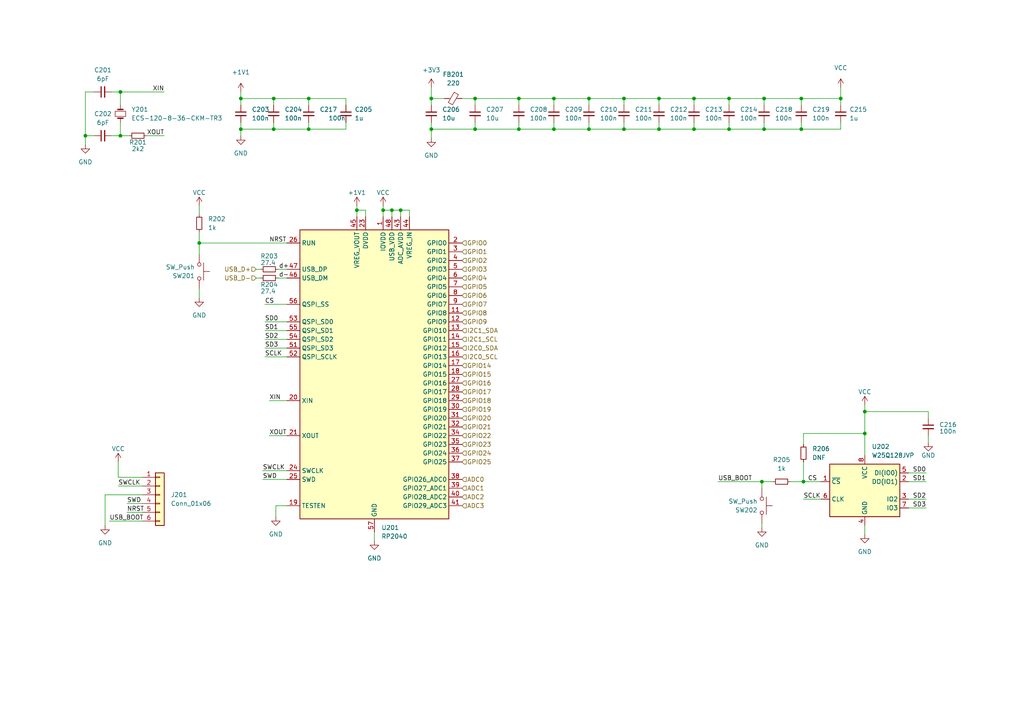
<source format=kicad_sch>
(kicad_sch (version 20211123) (generator eeschema)
  (paper "A4")
  (lib_symbols
    (symbol "Connector_Generic:Conn_01x06" (pin_names (offset 1.016) hide)
      (property "Reference" "J" (at 0 7.62 0))
      (property "Value" "Conn_01x06" (at 0 -10.16 0))
      (symbol "Conn_01x06_1_1"
        (rectangle (start -1.27 -7.493) (end 0 -7.747) (stroke (width 0.1524)))
        (rectangle (start -1.27 -4.953) (end 0 -5.207) (stroke (width 0.1524)))
        (rectangle (start -1.27 -2.413) (end 0 -2.667) (stroke (width 0.1524)))
        (rectangle (start -1.27 0.127) (end 0 -0.127) (stroke (width 0.1524)))
        (rectangle (start -1.27 2.667) (end 0 2.413) (stroke (width 0.1524)))
        (rectangle (start -1.27 5.207) (end 0 4.953) (stroke (width 0.1524)))
        (rectangle (start -1.27 6.35) (end 1.27 -8.89) (stroke (width 0.254)) (fill (type background)))
        (pin passive line (at -5.08 5.08 0) (length 3.81) (name "Pin_1") (number "1"))
        (pin passive line (at -5.08 2.54 0) (length 3.81) (name "Pin_2") (number "2"))
        (pin passive line (at -5.08 0 0) (length 3.81) (name "Pin_3") (number "3"))
        (pin passive line (at -5.08 -2.54 0) (length 3.81) (name "Pin_4") (number "4"))
        (pin passive line (at -5.08 -5.08 0) (length 3.81) (name "Pin_5") (number "5"))
        (pin passive line (at -5.08 -7.62 0) (length 3.81) (name "Pin_6") (number "6"))
      )
    )
    (symbol "Device:C_Small" (pin_numbers hide) (pin_names (offset 0.254) hide)
      (property "Reference" "C" (at 0.254 1.778 0))
      (property "Value" "C_Small" (at 0.254 -2.032 0))
      (symbol "C_Small_0_1"
        (polyline (pts (xy -1.524 -0.508) (xy 1.524 -0.508)) (stroke (width 0.3302)))
        (polyline (pts (xy -1.524 0.508) (xy 1.524 0.508)) (stroke (width 0.3048)))
      )
      (symbol "C_Small_1_1"
        (pin passive line (at 0 2.54 270) (length 2.032) (name "~") (number "1"))
        (pin passive line (at 0 -2.54 90) (length 2.032) (name "~") (number "2"))
      )
    )
    (symbol "Device:Crystal_Small" (pin_numbers hide) (pin_names (offset 1.016) hide)
      (property "Reference" "Y" (at 0 2.54 0))
      (property "Value" "Crystal_Small" (at 0 -2.54 0))
      (symbol "Crystal_Small_0_1"
        (rectangle (start -0.762 -1.524) (end 0.762 1.524))
        (polyline (pts (xy -1.27 -0.762) (xy -1.27 0.762)) (stroke (width 0.381)))
        (polyline (pts (xy 1.27 -0.762) (xy 1.27 0.762)) (stroke (width 0.381)))
      )
      (symbol "Crystal_Small_1_1"
        (pin passive line (at -2.54 0 0) (length 1.27) (name "1") (number "1"))
        (pin passive line (at 2.54 0 180) (length 1.27) (name "2") (number "2"))
      )
    )
    (symbol "Device:FerriteBead_Small" (pin_numbers hide) (pin_names (offset 0))
      (property "Reference" "FB" (at 1.905 1.27 0))
      (property "Value" "FerriteBead_Small" (at 1.905 -1.27 0))
      (symbol "FerriteBead_Small_0_1"
        (polyline (pts (xy 0 -1.27) (xy 0 -0.7874)))
        (polyline (pts (xy 0 0.889) (xy 0 1.2954)))
        (polyline (pts (xy -1.8288 0.2794) (xy -1.1176 1.4986) (xy 1.8288 -0.2032) (xy 1.1176 -1.4224) (xy -1.8288 0.2794)))
      )
      (symbol "FerriteBead_Small_1_1"
        (pin passive line (at 0 2.54 270) (length 1.27) (name "~") (number "1"))
        (pin passive line (at 0 -2.54 90) (length 1.27) (name "~") (number "2"))
      )
    )
    (symbol "Device:R_Small" (pin_numbers hide) (pin_names (offset 0.254) hide)
      (property "Reference" "R" (at 0.762 0.508 0))
      (property "Value" "R_Small" (at 0.762 -1.016 0))
      (symbol "R_Small_0_1"
        (rectangle (start -0.762 1.778) (end 0.762 -1.778) (stroke (width 0.2032)))
      )
      (symbol "R_Small_1_1"
        (pin passive line (at 0 2.54 270) (length 0.762) (name "~") (number "1"))
        (pin passive line (at 0 -2.54 90) (length 0.762) (name "~") (number "2"))
      )
    )
    (symbol "MCU_RaspberryPi:RP2040"
      (property "Reference" "U" (at 17.78 45.72 0))
      (property "Value" "RP2040" (at 17.78 43.18 0))
      (symbol "RP2040_0_1"
        (rectangle (start -21.59 41.91) (end 21.59 -41.91) (stroke (width 0.254)) (fill (type background)))
      )
      (symbol "RP2040_1_1"
        (pin power_in line (at 2.54 45.72 270) (length 3.81) (name "IOVDD") (number "1"))
        (pin passive line (at 2.54 45.72 270) (length 3.81) hide (name "IOVDD") (number "10"))
        (pin bidirectional line (at 25.4 17.78 180) (length 3.81) (name "GPIO8") (number "11"))
        (pin bidirectional line (at 25.4 15.24 180) (length 3.81) (name "GPIO9") (number "12"))
        (pin bidirectional line (at 25.4 12.7 180) (length 3.81) (name "GPIO10") (number "13"))
        (pin bidirectional line (at 25.4 10.16 180) (length 3.81) (name "GPIO11") (number "14"))
        (pin bidirectional line (at 25.4 7.62 180) (length 3.81) (name "GPIO12") (number "15"))
        (pin bidirectional line (at 25.4 5.08 180) (length 3.81) (name "GPIO13") (number "16"))
        (pin bidirectional line (at 25.4 2.54 180) (length 3.81) (name "GPIO14") (number "17"))
        (pin bidirectional line (at 25.4 0 180) (length 3.81) (name "GPIO15") (number "18"))
        (pin input line (at -25.4 -38.1 0) (length 3.81) (name "TESTEN") (number "19"))
        (pin bidirectional line (at 25.4 38.1 180) (length 3.81) (name "GPIO0") (number "2"))
        (pin input line (at -25.4 -7.62 0) (length 3.81) (name "XIN") (number "20"))
        (pin passive line (at -25.4 -17.78 0) (length 3.81) (name "XOUT") (number "21"))
        (pin passive line (at 2.54 45.72 270) (length 3.81) hide (name "IOVDD") (number "22"))
        (pin power_in line (at -2.54 45.72 270) (length 3.81) (name "DVDD") (number "23"))
        (pin output line (at -25.4 -27.94 0) (length 3.81) (name "SWCLK") (number "24"))
        (pin bidirectional line (at -25.4 -30.48 0) (length 3.81) (name "SWD") (number "25"))
        (pin input line (at -25.4 38.1 0) (length 3.81) (name "RUN") (number "26"))
        (pin bidirectional line (at 25.4 -2.54 180) (length 3.81) (name "GPIO16") (number "27"))
        (pin bidirectional line (at 25.4 -5.08 180) (length 3.81) (name "GPIO17") (number "28"))
        (pin bidirectional line (at 25.4 -7.62 180) (length 3.81) (name "GPIO18") (number "29"))
        (pin bidirectional line (at 25.4 35.56 180) (length 3.81) (name "GPIO1") (number "3"))
        (pin bidirectional line (at 25.4 -10.16 180) (length 3.81) (name "GPIO19") (number "30"))
        (pin bidirectional line (at 25.4 -12.7 180) (length 3.81) (name "GPIO20") (number "31"))
        (pin bidirectional line (at 25.4 -15.24 180) (length 3.81) (name "GPIO21") (number "32"))
        (pin passive line (at 2.54 45.72 270) (length 3.81) hide (name "IOVDD") (number "33"))
        (pin bidirectional line (at 25.4 -17.78 180) (length 3.81) (name "GPIO22") (number "34"))
        (pin bidirectional line (at 25.4 -20.32 180) (length 3.81) (name "GPIO23") (number "35"))
        (pin bidirectional line (at 25.4 -22.86 180) (length 3.81) (name "GPIO24") (number "36"))
        (pin bidirectional line (at 25.4 -25.4 180) (length 3.81) (name "GPIO25") (number "37"))
        (pin bidirectional line (at 25.4 -30.48 180) (length 3.81) (name "GPIO26_ADC0") (number "38"))
        (pin bidirectional line (at 25.4 -33.02 180) (length 3.81) (name "GPIO27_ADC1") (number "39"))
        (pin bidirectional line (at 25.4 33.02 180) (length 3.81) (name "GPIO2") (number "4"))
        (pin bidirectional line (at 25.4 -35.56 180) (length 3.81) (name "GPIO28_ADC2") (number "40"))
        (pin bidirectional line (at 25.4 -38.1 180) (length 3.81) (name "GPIO29_ADC3") (number "41"))
        (pin passive line (at 2.54 45.72 270) (length 3.81) hide (name "IOVDD") (number "42"))
        (pin power_in line (at 7.62 45.72 270) (length 3.81) (name "ADC_AVDD") (number "43"))
        (pin power_in line (at 10.16 45.72 270) (length 3.81) (name "VREG_IN") (number "44"))
        (pin power_out line (at -5.08 45.72 270) (length 3.81) (name "VREG_VOUT") (number "45"))
        (pin bidirectional line (at -25.4 27.94 0) (length 3.81) (name "USB_DM") (number "46"))
        (pin bidirectional line (at -25.4 30.48 0) (length 3.81) (name "USB_DP") (number "47"))
        (pin power_in line (at 5.08 45.72 270) (length 3.81) (name "USB_VDD") (number "48"))
        (pin passive line (at 2.54 45.72 270) (length 3.81) hide (name "IOVDD") (number "49"))
        (pin bidirectional line (at 25.4 30.48 180) (length 3.81) (name "GPIO3") (number "5"))
        (pin passive line (at -2.54 45.72 270) (length 3.81) hide (name "DVDD") (number "50"))
        (pin bidirectional line (at -25.4 7.62 0) (length 3.81) (name "QSPI_SD3") (number "51"))
        (pin output line (at -25.4 5.08 0) (length 3.81) (name "QSPI_SCLK") (number "52"))
        (pin bidirectional line (at -25.4 15.24 0) (length 3.81) (name "QSPI_SD0") (number "53"))
        (pin bidirectional line (at -25.4 10.16 0) (length 3.81) (name "QSPI_SD2") (number "54"))
        (pin bidirectional line (at -25.4 12.7 0) (length 3.81) (name "QSPI_SD1") (number "55"))
        (pin bidirectional line (at -25.4 20.32 0) (length 3.81) (name "QSPI_SS") (number "56"))
        (pin power_in line (at 0 -45.72 90) (length 3.81) (name "GND") (number "57"))
        (pin bidirectional line (at 25.4 27.94 180) (length 3.81) (name "GPIO4") (number "6"))
        (pin bidirectional line (at 25.4 25.4 180) (length 3.81) (name "GPIO5") (number "7"))
        (pin bidirectional line (at 25.4 22.86 180) (length 3.81) (name "GPIO6") (number "8"))
        (pin bidirectional line (at 25.4 20.32 180) (length 3.81) (name "GPIO7") (number "9"))
      )
    )
    (symbol "Memory_Flash:W25Q128JVS"
      (property "Reference" "U" (at -8.89 8.89 0))
      (property "Value" "W25Q128JVS" (at 7.62 8.89 0))
      (symbol "W25Q128JVS_0_1"
        (rectangle (start -10.16 7.62) (end 10.16 -7.62) (stroke (width 0.254)) (fill (type background)))
      )
      (symbol "W25Q128JVS_1_1"
        (pin input line (at -12.7 2.54 0) (length 2.54) (name "~{CS}") (number "1"))
        (pin bidirectional line (at 12.7 2.54 180) (length 2.54) (name "DO(IO1)") (number "2"))
        (pin bidirectional line (at 12.7 -2.54 180) (length 2.54) (name "IO2") (number "3"))
        (pin power_in line (at 0 -10.16 90) (length 2.54) (name "GND") (number "4"))
        (pin bidirectional line (at 12.7 5.08 180) (length 2.54) (name "DI(IO0)") (number "5"))
        (pin input line (at -12.7 -2.54 0) (length 2.54) (name "CLK") (number "6"))
        (pin bidirectional line (at 12.7 -5.08 180) (length 2.54) (name "IO3") (number "7"))
        (pin power_in line (at 0 10.16 270) (length 2.54) (name "VCC") (number "8"))
      )
    )
    (symbol "Switch:SW_Push" (pin_numbers hide) (pin_names (offset 1.016) hide)
      (property "Reference" "SW" (at 1.27 2.54 0))
      (property "Value" "SW_Push" (at 0 -1.524 0))
      (symbol "SW_Push_0_1"
        (circle (center -2.032 0) (radius 0.508))
        (polyline (pts (xy 0 1.27) (xy 0 3.048)))
        (polyline (pts (xy 2.54 1.27) (xy -2.54 1.27)))
        (circle (center 2.032 0) (radius 0.508))
        (pin passive line (at -5.08 0 0) (length 2.54) (name "1") (number "1"))
        (pin passive line (at 5.08 0 180) (length 2.54) (name "2") (number "2"))
      )
    )
    (symbol "power:+1V1" (power) (pin_names (offset 0))
      (property "Value" "+1V1" (at 0 3.556 0))
      (symbol "+1V1_0_1"
        (polyline (pts (xy -0.762 1.27) (xy 0 2.54)))
        (polyline (pts (xy 0 0) (xy 0 2.54)))
        (polyline (pts (xy 0 2.54) (xy 0.762 1.27)))
      )
      (symbol "+1V1_1_1"
        (pin power_in line (at 0 0 90) (length 0) hide (name "+1V1") (number "1"))
      )
    )
    (symbol "power:+3V3" (power) (pin_names (offset 0))
      (property "Value" "+3V3" (at 0 3.556 0))
      (symbol "+3V3_0_1"
        (polyline (pts (xy -0.762 1.27) (xy 0 2.54)))
        (polyline (pts (xy 0 0) (xy 0 2.54)))
        (polyline (pts (xy 0 2.54) (xy 0.762 1.27)))
      )
      (symbol "+3V3_1_1"
        (pin power_in line (at 0 0 90) (length 0) hide (name "+3V3") (number "1"))
      )
    )
    (symbol "power:GND" (power) (pin_names (offset 0))
      (property "Value" "GND" (at 0 -3.81 0))
      (symbol "GND_0_1"
        (polyline (pts (xy 0 0) (xy 0 -1.27) (xy 1.27 -1.27) (xy 0 -2.54) (xy -1.27 -1.27) (xy 0 -1.27)))
      )
      (symbol "GND_1_1"
        (pin power_in line (at 0 0 270) (length 0) hide (name "GND") (number "1"))
      )
    )
    (symbol "power:VCC" (power) (pin_names (offset 0))
      (property "Value" "VCC" (at 0 3.81 0))
      (symbol "VCC_0_1"
        (polyline (pts (xy -0.762 1.27) (xy 0 2.54)))
        (polyline (pts (xy 0 0) (xy 0 2.54)))
        (polyline (pts (xy 0 2.54) (xy 0.762 1.27)))
      )
      (symbol "VCC_1_1"
        (pin power_in line (at 0 0 90) (length 0) hide (name "VCC") (number "1"))
      )
    )
  )
  (junction (at 125.095 37.465))
  (junction (at 201.295 37.465))
  (junction (at 116.205 60.96))
  (junction (at 150.495 37.465))
  (junction (at 180.975 28.575))
  (junction (at 170.815 28.575))
  (junction (at 113.665 60.96))
  (junction (at 89.535 28.575))
  (junction (at 69.85 28.575))
  (junction (at 34.925 39.37))
  (junction (at 137.795 28.575))
  (junction (at 191.135 37.465))
  (junction (at 137.795 37.465))
  (junction (at 232.41 37.465))
  (junction (at 24.765 39.37))
  (junction (at 250.825 125.73))
  (junction (at 160.655 28.575))
  (junction (at 160.655 37.465))
  (junction (at 170.815 37.465))
  (junction (at 243.84 28.575))
  (junction (at 111.125 60.96))
  (junction (at 211.455 37.465))
  (junction (at 34.925 26.67))
  (junction (at 201.295 28.575))
  (junction (at 57.785 70.485))
  (junction (at 79.375 28.575))
  (junction (at 89.535 37.465))
  (junction (at 233.045 139.7))
  (junction (at 103.505 60.96))
  (junction (at 79.375 37.465))
  (junction (at 232.41 28.575))
  (junction (at 220.98 139.7))
  (junction (at 180.975 37.465))
  (junction (at 125.095 28.575))
  (junction (at 191.135 28.575))
  (junction (at 211.455 28.575))
  (junction (at 221.615 28.575))
  (junction (at 69.85 37.465))
  (junction (at 150.495 28.575))
  (junction (at 221.615 37.465))
  (junction (at 250.825 119.38))
  (wire (pts (xy 80.01 149.86) (xy 80.01 146.685)))
  (wire (pts (xy 118.745 60.96) (xy 118.745 62.865)))
  (wire (pts (xy 80.645 78.105) (xy 83.185 78.105)))
  (wire (pts (xy 89.535 35.56) (xy 89.535 37.465)))
  (wire (pts (xy 221.615 28.575) (xy 232.41 28.575)))
  (wire (pts (xy 233.045 128.905) (xy 233.045 125.73)))
  (wire (pts (xy 34.29 138.43) (xy 34.29 133.985)))
  (wire (pts (xy 269.24 126.365) (xy 269.24 128.27)))
  (wire (pts (xy 180.975 35.56) (xy 180.975 37.465)))
  (wire (pts (xy 191.135 37.465) (xy 180.975 37.465)))
  (wire (pts (xy 232.41 37.465) (xy 243.84 37.465)))
  (wire (pts (xy 232.41 28.575) (xy 232.41 30.48)))
  (wire (pts (xy 111.125 62.865) (xy 111.125 60.96)))
  (wire (pts (xy 243.84 35.56) (xy 243.84 37.465)))
  (wire (pts (xy 150.495 28.575) (xy 160.655 28.575)))
  (wire (pts (xy 76.835 88.265) (xy 83.185 88.265)))
  (wire (pts (xy 211.455 35.56) (xy 211.455 37.465)))
  (wire (pts (xy 30.48 143.51) (xy 30.48 152.4)))
  (wire (pts (xy 41.275 138.43) (xy 34.29 138.43)))
  (wire (pts (xy 125.095 28.575) (xy 125.095 30.48)))
  (wire (pts (xy 83.185 116.205) (xy 78.105 116.205)))
  (wire (pts (xy 57.785 83.82) (xy 57.785 86.36)))
  (wire (pts (xy 233.045 125.73) (xy 250.825 125.73)))
  (wire (pts (xy 208.28 139.7) (xy 220.98 139.7)))
  (wire (pts (xy 263.525 137.16) (xy 268.605 137.16)))
  (wire (pts (xy 113.665 62.865) (xy 113.665 60.96)))
  (wire (pts (xy 80.01 146.685) (xy 83.185 146.685)))
  (wire (pts (xy 263.525 139.7) (xy 268.605 139.7)))
  (wire (pts (xy 79.375 35.56) (xy 79.375 37.465)))
  (wire (pts (xy 170.815 35.56) (xy 170.815 37.465)))
  (wire (pts (xy 27.305 26.67) (xy 24.765 26.67)))
  (wire (pts (xy 103.505 59.69) (xy 103.505 60.96)))
  (wire (pts (xy 31.75 151.13) (xy 41.275 151.13)))
  (wire (pts (xy 34.925 39.37) (xy 37.465 39.37)))
  (wire (pts (xy 170.815 28.575) (xy 180.975 28.575)))
  (wire (pts (xy 220.98 139.7) (xy 220.98 141.605)))
  (wire (pts (xy 34.925 26.67) (xy 47.625 26.67)))
  (wire (pts (xy 76.835 98.425) (xy 83.185 98.425)))
  (wire (pts (xy 100.33 35.56) (xy 100.33 37.465)))
  (wire (pts (xy 160.655 28.575) (xy 160.655 30.48)))
  (wire (pts (xy 113.665 60.96) (xy 116.205 60.96)))
  (wire (pts (xy 76.2 139.065) (xy 83.185 139.065)))
  (wire (pts (xy 24.765 39.37) (xy 24.765 41.91)))
  (wire (pts (xy 233.045 139.7) (xy 238.125 139.7)))
  (wire (pts (xy 125.095 37.465) (xy 137.795 37.465)))
  (wire (pts (xy 211.455 37.465) (xy 221.615 37.465)))
  (wire (pts (xy 160.655 28.575) (xy 170.815 28.575)))
  (wire (pts (xy 69.85 37.465) (xy 69.85 39.37)))
  (wire (pts (xy 232.41 35.56) (xy 232.41 37.465)))
  (wire (pts (xy 125.095 35.56) (xy 125.095 37.465)))
  (wire (pts (xy 137.795 37.465) (xy 150.495 37.465)))
  (wire (pts (xy 133.985 28.575) (xy 137.795 28.575)))
  (wire (pts (xy 243.84 30.48) (xy 243.84 28.575)))
  (wire (pts (xy 180.975 30.48) (xy 180.975 28.575)))
  (wire (pts (xy 57.785 73.66) (xy 57.785 70.485)))
  (wire (pts (xy 250.825 152.4) (xy 250.825 154.94)))
  (wire (pts (xy 74.295 78.105) (xy 75.565 78.105)))
  (wire (pts (xy 263.525 144.78) (xy 268.605 144.78)))
  (wire (pts (xy 32.385 39.37) (xy 34.925 39.37)))
  (wire (pts (xy 89.535 28.575) (xy 100.33 28.575)))
  (wire (pts (xy 103.505 60.96) (xy 106.045 60.96)))
  (wire (pts (xy 89.535 37.465) (xy 100.33 37.465)))
  (wire (pts (xy 211.455 28.575) (xy 201.295 28.575)))
  (wire (pts (xy 233.045 144.78) (xy 238.125 144.78)))
  (wire (pts (xy 69.85 35.56) (xy 69.85 37.465)))
  (wire (pts (xy 79.375 37.465) (xy 89.535 37.465)))
  (wire (pts (xy 34.925 35.56) (xy 34.925 39.37)))
  (wire (pts (xy 150.495 35.56) (xy 150.495 37.465)))
  (wire (pts (xy 36.83 146.05) (xy 41.275 146.05)))
  (wire (pts (xy 108.585 154.305) (xy 108.585 156.845)))
  (wire (pts (xy 111.125 59.69) (xy 111.125 60.96)))
  (wire (pts (xy 125.095 37.465) (xy 125.095 40.005)))
  (wire (pts (xy 233.045 133.985) (xy 233.045 139.7)))
  (wire (pts (xy 80.645 80.645) (xy 83.185 80.645)))
  (wire (pts (xy 116.205 60.96) (xy 118.745 60.96)))
  (wire (pts (xy 79.375 37.465) (xy 69.85 37.465)))
  (wire (pts (xy 150.495 28.575) (xy 150.495 30.48)))
  (wire (pts (xy 170.815 28.575) (xy 170.815 30.48)))
  (wire (pts (xy 89.535 28.575) (xy 89.535 30.48)))
  (wire (pts (xy 201.295 28.575) (xy 201.295 30.48)))
  (wire (pts (xy 201.295 35.56) (xy 201.295 37.465)))
  (wire (pts (xy 79.375 30.48) (xy 79.375 28.575)))
  (wire (pts (xy 76.835 95.885) (xy 83.185 95.885)))
  (wire (pts (xy 76.2 136.525) (xy 83.185 136.525)))
  (wire (pts (xy 250.825 119.38) (xy 250.825 125.73)))
  (wire (pts (xy 79.375 28.575) (xy 89.535 28.575)))
  (wire (pts (xy 221.615 28.575) (xy 221.615 30.48)))
  (wire (pts (xy 180.975 28.575) (xy 191.135 28.575)))
  (wire (pts (xy 57.785 59.69) (xy 57.785 62.23)))
  (wire (pts (xy 269.24 119.38) (xy 269.24 121.285)))
  (wire (pts (xy 137.795 28.575) (xy 150.495 28.575)))
  (wire (pts (xy 220.98 139.7) (xy 224.155 139.7)))
  (wire (pts (xy 116.205 62.865) (xy 116.205 60.96)))
  (wire (pts (xy 24.765 39.37) (xy 27.305 39.37)))
  (wire (pts (xy 137.795 28.575) (xy 137.795 30.48)))
  (wire (pts (xy 232.41 28.575) (xy 243.84 28.575)))
  (wire (pts (xy 201.295 37.465) (xy 191.135 37.465)))
  (wire (pts (xy 34.925 26.67) (xy 34.925 30.48)))
  (wire (pts (xy 69.85 28.575) (xy 69.85 30.48)))
  (wire (pts (xy 36.83 148.59) (xy 41.275 148.59)))
  (wire (pts (xy 221.615 35.56) (xy 221.615 37.465)))
  (wire (pts (xy 57.785 67.31) (xy 57.785 70.485)))
  (wire (pts (xy 250.825 119.38) (xy 269.24 119.38)))
  (wire (pts (xy 250.825 117.475) (xy 250.825 119.38)))
  (wire (pts (xy 191.135 28.575) (xy 191.135 30.48)))
  (wire (pts (xy 229.235 139.7) (xy 233.045 139.7)))
  (wire (pts (xy 170.815 37.465) (xy 160.655 37.465)))
  (wire (pts (xy 42.545 39.37) (xy 47.625 39.37)))
  (wire (pts (xy 78.105 126.365) (xy 83.185 126.365)))
  (wire (pts (xy 106.045 62.865) (xy 106.045 60.96)))
  (wire (pts (xy 211.455 30.48) (xy 211.455 28.575)))
  (wire (pts (xy 24.765 26.67) (xy 24.765 39.37)))
  (wire (pts (xy 125.095 25.4) (xy 125.095 28.575)))
  (wire (pts (xy 111.125 60.96) (xy 113.665 60.96)))
  (wire (pts (xy 79.375 28.575) (xy 69.85 28.575)))
  (wire (pts (xy 76.835 100.965) (xy 83.185 100.965)))
  (wire (pts (xy 160.655 35.56) (xy 160.655 37.465)))
  (wire (pts (xy 57.785 70.485) (xy 83.185 70.485)))
  (wire (pts (xy 221.615 37.465) (xy 232.41 37.465)))
  (wire (pts (xy 160.655 37.465) (xy 150.495 37.465)))
  (wire (pts (xy 180.975 37.465) (xy 170.815 37.465)))
  (wire (pts (xy 32.385 26.67) (xy 34.925 26.67)))
  (wire (pts (xy 211.455 28.575) (xy 221.615 28.575)))
  (wire (pts (xy 125.095 28.575) (xy 128.905 28.575)))
  (wire (pts (xy 201.295 28.575) (xy 191.135 28.575)))
  (wire (pts (xy 100.33 30.48) (xy 100.33 28.575)))
  (wire (pts (xy 211.455 37.465) (xy 201.295 37.465)))
  (wire (pts (xy 41.275 143.51) (xy 30.48 143.51)))
  (wire (pts (xy 220.98 151.765) (xy 220.98 153.035)))
  (wire (pts (xy 250.825 125.73) (xy 250.825 132.08)))
  (wire (pts (xy 76.835 103.505) (xy 83.185 103.505)))
  (wire (pts (xy 103.505 60.96) (xy 103.505 62.865)))
  (wire (pts (xy 74.295 80.645) (xy 75.565 80.645)))
  (wire (pts (xy 34.29 140.97) (xy 41.275 140.97)))
  (wire (pts (xy 243.84 25.4) (xy 243.84 28.575)))
  (wire (pts (xy 137.795 35.56) (xy 137.795 37.465)))
  (wire (pts (xy 69.85 26.67) (xy 69.85 28.575)))
  (wire (pts (xy 76.835 93.345) (xy 83.185 93.345)))
  (wire (pts (xy 191.135 35.56) (xy 191.135 37.465)))
  (wire (pts (xy 263.525 147.32) (xy 268.605 147.32)))
  (label "XIN" (at 78.105 116.205 0))
  (label "XOUT" (at 78.105 126.365 0))
  (label "SD0" (at 76.835 93.345 0))
  (label "d-" (at 80.899 80.645 0))
  (label "SD3" (at 268.605 147.32 180))
  (label "SCLK" (at 233.045 144.78 0))
  (label "SD2" (at 268.605 144.78 180))
  (label "NRST" (at 78.105 70.485 0))
  (label "CS" (at 234.315 139.7 0))
  (label "XOUT" (at 47.625 39.37 180))
  (label "SD1" (at 268.605 139.7 180))
  (label "CS" (at 76.835 88.265 0))
  (label "SCLK" (at 76.835 103.505 0))
  (label "SD2" (at 76.835 98.425 0))
  (label "SD1" (at 76.835 95.885 0))
  (label "d+" (at 80.899 78.105 0))
  (label "SWCLK" (at 34.29 140.97 0))
  (label "XIN" (at 47.625 26.67 180))
  (label "SWD" (at 36.83 146.05 0))
  (label "USB_BOOT" (at 31.75 151.13 0))
  (label "SWCLK" (at 76.2 136.525 0))
  (label "SWD" (at 76.2 139.065 0))
  (label "SD3" (at 76.835 100.965 0))
  (label "SD0" (at 268.605 137.16 180))
  (label "NRST" (at 36.83 148.59 0))
  (label "USB_BOOT" (at 208.28 139.7 0))
  (hierarchical_label "ADC0" (shape input) (at 133.985 139.065 0))
  (hierarchical_label "GPIO23" (shape input) (at 133.985 128.905 0))
  (hierarchical_label "GPIO2" (shape input) (at 133.985 75.565 0))
  (hierarchical_label "GPIO1" (shape input) (at 133.985 73.025 0))
  (hierarchical_label "USB_D-" (shape input) (at 74.295 80.645 180))
  (hierarchical_label "GPIO22" (shape input) (at 133.985 126.365 0))
  (hierarchical_label "GPIO18" (shape input) (at 133.985 116.205 0))
  (hierarchical_label "GPIO25" (shape input) (at 133.985 133.985 0))
  (hierarchical_label "GPIO9" (shape input) (at 133.985 93.345 0))
  (hierarchical_label "GPIO8" (shape input) (at 133.985 90.805 0))
  (hierarchical_label "I2C0_SCL" (shape input) (at 133.985 103.505 0))
  (hierarchical_label "I2C1_SCL" (shape input) (at 133.985 98.425 0))
  (hierarchical_label "GPIO0" (shape input) (at 133.985 70.485 0))
  (hierarchical_label "GPIO20" (shape input) (at 133.985 121.285 0))
  (hierarchical_label "GPIO15" (shape input) (at 133.985 108.585 0))
  (hierarchical_label "GPIO21" (shape input) (at 133.985 123.825 0))
  (hierarchical_label "GPIO17" (shape input) (at 133.985 113.665 0))
  (hierarchical_label "GPIO14" (shape input) (at 133.985 106.045 0))
  (hierarchical_label "ADC2" (shape input) (at 133.985 144.145 0))
  (hierarchical_label "ADC1" (shape input) (at 133.985 141.605 0))
  (hierarchical_label "GPIO3" (shape input) (at 133.985 78.105 0))
  (hierarchical_label "GPIO7" (shape input) (at 133.985 88.265 0))
  (hierarchical_label "GPIO6" (shape input) (at 133.985 85.725 0))
  (hierarchical_label "GPIO5" (shape input) (at 133.985 83.185 0))
  (hierarchical_label "I2C0_SDA" (shape input) (at 133.985 100.965 0))
  (hierarchical_label "GPIO19" (shape input) (at 133.985 118.745 0))
  (hierarchical_label "GPIO16" (shape input) (at 133.985 111.125 0))
  (hierarchical_label "ADC3" (shape input) (at 133.985 146.685 0))
  (hierarchical_label "GPIO4" (shape input) (at 133.985 80.645 0))
  (hierarchical_label "USB_D+" (shape input) (at 74.295 78.105 180))
  (hierarchical_label "I2C1_SDA" (shape input) (at 133.985 95.885 0))
  (hierarchical_label "GPIO24" (shape input) (at 133.985 131.445 0))
  (symbol (lib_id "Device:C_Small") (at 29.845 39.37 90) (unit 1)
    (property "Reference" "C202" (at 29.8513 33.02 90))
    (property "Value" "6pF" (at 29.8513 35.56 90))
    (property "Footprint" "Capacitor_SMD:C_0402_1005Metric" (effects hide))
  )
  (symbol (lib_id "Device:C_Small") (at 125.095 33.02 0) (unit 1)
    (property "Reference" "C206" (at 128.27 31.7562 0) (effects (justify left)))
    (property "Value" "10u" (at 128.27 34.2962 0) (effects (justify left)))
    (property "Footprint" "Capacitor_SMD:C_0805_2012Metric" (effects hide))
  )
  (symbol (lib_id "power:+1V1") (at 69.85 26.67 0) (unit 1)
    (property "Reference" "#PWR0204" (effects hide))
    (property "Value" "+1V1" (at 69.85 20.955 0))
  )
  (symbol (lib_id "Device:R_Small") (at 78.105 78.105 90) (unit 1)
    (property "Reference" "R203" (at 80.645 74.295 90) (effects (justify left)))
    (property "Value" "27.4" (at 80.01 76.2 90) (effects (justify left)))
    (property "Footprint" "Resistor_SMD:R_0402_1005Metric" (effects hide))
  )
  (symbol (lib_id "Device:C_Small") (at 89.535 33.02 0) (unit 1)
    (property "Reference" "C217" (at 92.71 31.7562 0) (effects (justify left)))
    (property "Value" "100n" (at 95.25 34.2962 0) (effects (justify left)))
    (property "Footprint" "Capacitor_SMD:C_0402_1005Metric" (effects hide))
  )
  (symbol (lib_id "power:VCC") (at 57.785 59.69 0) (unit 1)
    (property "Reference" "#PWR0121" (effects hide))
    (property "Value" "VCC" (at 57.785 55.88 0))
  )
  (symbol (lib_id "Device:C_Small") (at 69.85 33.02 0) (unit 1)
    (property "Reference" "C203" (at 73.025 31.7562 0) (effects (justify left)))
    (property "Value" "100n" (at 73.025 34.2962 0) (effects (justify left)))
    (property "Footprint" "Capacitor_SMD:C_0402_1005Metric" (effects hide))
  )
  (symbol (lib_id "power:GND") (at 30.48 152.4 0) (unit 1)
    (property "Reference" "#PWR0206" (effects hide))
    (property "Value" "GND" (at 30.48 157.48 0))
  )
  (symbol (lib_id "power:GND") (at 69.85 39.37 0) (unit 1)
    (property "Reference" "#PWR0205" (effects hide))
    (property "Value" "GND" (at 69.85 44.45 0))
  )
  (symbol (lib_id "Device:R_Small") (at 78.105 80.645 90) (unit 1)
    (property "Reference" "R204" (at 80.645 82.55 90) (effects (justify left)))
    (property "Value" "27.4" (at 80.01 84.455 90) (effects (justify left)))
    (property "Footprint" "Resistor_SMD:R_0402_1005Metric" (effects hide))
  )
  (symbol (lib_id "Device:C_Small") (at 29.845 26.67 90) (unit 1)
    (property "Reference" "C201" (at 29.8513 20.32 90))
    (property "Value" "6pF" (at 29.8513 22.86 90))
    (property "Footprint" "Capacitor_SMD:C_0402_1005Metric" (effects hide))
  )
  (symbol (lib_id "Device:Crystal_Small") (at 34.925 33.02 270) (unit 1)
    (property "Reference" "Y201" (at 38.1 31.7499 90) (effects (justify left)))
    (property "Value" "ECS-120-8-36-CKM-TR3 " (at 38.1 34.29 90) (effects (justify left)))
    (property "Footprint" "Footprints:ECS120836CKMTR3" (effects hide))
  )
  (symbol (lib_id "Connector_Generic:Conn_01x06") (at 46.355 143.51 0) (unit 1)
    (property "Reference" "J201" (at 49.53 143.5099 0) (effects (justify left)))
    (property "Value" "Conn_01x06" (at 49.53 146.0499 0) (effects (justify left)))
    (property "Footprint" "Connector:Tag-Connect_TC2030-IDC-NL_2x03_P1.27mm_Vertical" (effects hide))
  )
  (symbol (lib_id "MCU_RaspberryPi:RP2040") (at 108.585 108.585 0) (unit 1)
    (property "Reference" "U201" (at 110.6044 153.035 0) (effects (justify left)))
    (property "Value" "RP2040" (at 110.6044 155.575 0) (effects (justify left)))
    (property "Footprint" "Package_DFN_QFN:QFN-56-1EP_7x7mm_P0.4mm_EP3.2x3.2mm" (effects hide))
    (property "Datasheet" "https://datasheets.raspberrypi.com/rp2040/rp2040-datasheet.pdf" (effects hide))
  )
  (symbol (lib_id "Device:R_Small") (at 57.785 64.77 180) (unit 1)
    (property "Reference" "R202" (at 60.325 63.4999 0) (effects (justify right)))
    (property "Value" "1k" (at 60.325 66.0399 0) (effects (justify right)))
    (property "Footprint" "Resistor_SMD:R_0603_1608Metric" (effects hide))
  )
  (symbol (lib_id "power:VCC") (at 34.29 133.985 0) (unit 1)
    (property "Reference" "#PWR0124" (effects hide))
    (property "Value" "VCC" (at 34.29 130.175 0))
  )
  (symbol (lib_id "Device:C_Small") (at 243.84 33.02 0) (unit 1)
    (property "Reference" "C215" (at 246.38 31.7562 0) (effects (justify left)))
    (property "Value" "1u" (at 246.38 34.2962 0) (effects (justify left)))
    (property "Footprint" "Capacitor_SMD:C_0603_1608Metric" (effects hide))
  )
  (symbol (lib_id "power:GND") (at 269.24 128.27 0) (unit 1)
    (property "Reference" "#PWR0216" (effects hide))
    (property "Value" "GND" (at 269.24 132.08 0))
  )
  (symbol (lib_id "Device:C_Small") (at 160.655 33.02 0) (unit 1)
    (property "Reference" "C209" (at 163.83 31.7562 0) (effects (justify left)))
    (property "Value" "100n" (at 163.83 34.2962 0) (effects (justify left)))
    (property "Footprint" "Capacitor_SMD:C_0402_1005Metric" (effects hide))
  )
  (symbol (lib_id "power:GND") (at 24.765 41.91 0) (unit 1)
    (property "Reference" "#PWR0201" (effects hide))
    (property "Value" "GND" (at 24.765 46.99 0))
  )
  (symbol (lib_id "Device:C_Small") (at 100.33 33.02 0) (unit 1)
    (property "Reference" "C205" (at 102.87 31.7562 0) (effects (justify left)))
    (property "Value" "1u" (at 102.87 34.2962 0) (effects (justify left)))
    (property "Footprint" "Capacitor_SMD:C_0603_1608Metric" (effects hide))
  )
  (symbol (lib_id "Device:C_Small") (at 201.295 33.02 0) (unit 1)
    (property "Reference" "C213" (at 204.47 31.7562 0) (effects (justify left)))
    (property "Value" "100n" (at 204.47 34.2962 0) (effects (justify left)))
    (property "Footprint" "Capacitor_SMD:C_0402_1005Metric" (effects hide))
  )
  (symbol (lib_id "power:VCC") (at 111.125 59.69 0) (unit 1)
    (property "Reference" "#PWR0123" (effects hide))
    (property "Value" "VCC" (at 111.125 55.88 0))
  )
  (symbol (lib_id "power:GND") (at 220.98 153.035 0) (unit 1)
    (property "Reference" "#PWR0213" (effects hide))
    (property "Value" "GND" (at 220.98 158.115 0))
  )
  (symbol (lib_id "power:VCC") (at 243.84 25.4 0) (unit 1)
    (property "Reference" "#PWR0120" (effects hide))
    (property "Value" "VCC" (at 243.84 19.685 0))
  )
  (symbol (lib_id "Switch:SW_Push") (at 57.785 78.74 270) (unit 1)
    (property "Reference" "SW201" (at 56.515 80.0101 90) (effects (justify right)))
    (property "Value" "SW_Push" (at 56.515 77.4701 90) (effects (justify right)))
    (property "Footprint" "Footprints:PTS636SM50JSMTRLFS" (effects hide))
  )
  (symbol (lib_id "Device:C_Small") (at 269.24 123.825 0) (unit 1)
    (property "Reference" "C216" (at 272.415 123.19 0) (effects (justify left)))
    (property "Value" "100n" (at 272.415 125.1012 0) (effects (justify left)))
    (property "Footprint" "Capacitor_SMD:C_0402_1005Metric" (effects hide))
  )
  (symbol (lib_id "power:GND") (at 125.095 40.005 0) (unit 1)
    (property "Reference" "#PWR0209" (effects hide))
    (property "Value" "GND" (at 125.095 45.085 0))
  )
  (symbol (lib_id "Device:C_Small") (at 221.615 33.02 0) (unit 1)
    (property "Reference" "C218" (at 224.79 31.7562 0) (effects (justify left)))
    (property "Value" "100n" (at 224.79 34.2962 0) (effects (justify left)))
    (property "Footprint" "Capacitor_SMD:C_0402_1005Metric" (effects hide))
  )
  (symbol (lib_id "Device:R_Small") (at 40.005 39.37 270) (unit 1)
    (property "Reference" "R201" (at 40.005 41.275 90))
    (property "Value" "2k2" (at 40.005 43.18 90))
    (property "Footprint" "Resistor_SMD:R_0603_1608Metric" (effects hide))
  )
  (symbol (lib_id "Device:C_Small") (at 191.135 33.02 0) (unit 1)
    (property "Reference" "C212" (at 194.31 31.7562 0) (effects (justify left)))
    (property "Value" "100n" (at 194.31 34.2962 0) (effects (justify left)))
    (property "Footprint" "Capacitor_SMD:C_0402_1005Metric" (effects hide))
  )
  (symbol (lib_id "power:+3V3") (at 125.095 25.4 0) (unit 1)
    (property "Reference" "#PWR0208" (effects hide))
    (property "Value" "+3V3" (at 125.095 20.32 0))
  )
  (symbol (lib_id "power:GND") (at 80.01 149.86 0) (unit 1)
    (property "Reference" "#PWR0207" (effects hide))
    (property "Value" "GND" (at 80.01 154.94 0))
  )
  (symbol (lib_id "Device:FerriteBead_Small") (at 131.445 28.575 270) (unit 1)
    (property "Reference" "FB201" (at 131.4831 21.59 90))
    (property "Value" "220" (at 131.4831 24.13 90))
    (property "Footprint" "Inductor_SMD:L_0402_1005Metric" (effects hide))
  )
  (symbol (lib_id "Memory_Flash:W25Q128JVS") (at 250.825 142.24 0) (unit 1)
    (property "Reference" "U202" (at 252.8444 129.54 0) (effects (justify left)))
    (property "Value" "W25Q128JVP" (at 252.8444 132.08 0) (effects (justify left)))
    (property "Footprint" "Package_SON:WSON-8-1EP_6x5mm_P1.27mm_EP3.4x4.3mm" (effects hide))
    (property "Datasheet" "http://www.winbond.com/resource-files/w25q128jv_dtr%20revc%2003272018%20plus.pdf" (effects hide))
  )
  (symbol (lib_id "Device:C_Small") (at 150.495 33.02 0) (unit 1)
    (property "Reference" "C208" (at 153.67 31.7562 0) (effects (justify left)))
    (property "Value" "100n" (at 153.67 34.2962 0) (effects (justify left)))
    (property "Footprint" "Capacitor_SMD:C_0402_1005Metric" (effects hide))
  )
  (symbol (lib_id "power:+1V1") (at 103.505 59.69 0) (unit 1)
    (property "Reference" "#PWR0210" (effects hide))
    (property "Value" "+1V1" (at 103.505 55.88 0))
  )
  (symbol (lib_id "Device:R_Small") (at 226.695 139.7 90) (unit 1)
    (property "Reference" "R205" (at 226.695 133.35 90))
    (property "Value" "1k" (at 226.695 135.89 90))
    (property "Footprint" "Resistor_SMD:R_0603_1608Metric" (effects hide))
  )
  (symbol (lib_id "Device:C_Small") (at 137.795 33.02 0) (unit 1)
    (property "Reference" "C207" (at 140.97 31.7562 0) (effects (justify left)))
    (property "Value" "10u" (at 140.97 34.2962 0) (effects (justify left)))
    (property "Footprint" "Capacitor_SMD:C_0805_2012Metric" (effects hide))
  )
  (symbol (lib_id "power:GND") (at 108.585 156.845 0) (unit 1)
    (property "Reference" "#PWR0211" (effects hide))
    (property "Value" "GND" (at 108.585 161.925 0))
  )
  (symbol (lib_id "power:VCC") (at 250.825 117.475 0) (unit 1)
    (property "Reference" "#PWR0122" (effects hide))
    (property "Value" "VCC" (at 250.825 113.665 0))
  )
  (symbol (lib_id "power:GND") (at 57.785 86.36 0) (unit 1)
    (property "Reference" "#PWR0203" (effects hide))
    (property "Value" "GND" (at 57.785 91.44 0))
  )
  (symbol (lib_id "power:GND") (at 250.825 154.94 0) (unit 1)
    (property "Reference" "#PWR0215" (effects hide))
    (property "Value" "GND" (at 250.825 160.02 0))
  )
  (symbol (lib_id "Device:C_Small") (at 180.975 33.02 0) (unit 1)
    (property "Reference" "C211" (at 184.15 31.7562 0) (effects (justify left)))
    (property "Value" "100n" (at 184.15 34.2962 0) (effects (justify left)))
    (property "Footprint" "Capacitor_SMD:C_0402_1005Metric" (effects hide))
  )
  (symbol (lib_id "Device:C_Small") (at 211.455 33.02 0) (unit 1)
    (property "Reference" "C214" (at 214.63 31.7562 0) (effects (justify left)))
    (property "Value" "100n" (at 214.63 34.2962 0) (effects (justify left)))
    (property "Footprint" "Capacitor_SMD:C_0402_1005Metric" (effects hide))
  )
  (symbol (lib_id "Device:C_Small") (at 170.815 33.02 0) (unit 1)
    (property "Reference" "C210" (at 173.99 31.7562 0) (effects (justify left)))
    (property "Value" "100n" (at 173.99 34.2962 0) (effects (justify left)))
    (property "Footprint" "Capacitor_SMD:C_0402_1005Metric" (effects hide))
  )
  (symbol (lib_id "Device:R_Small") (at 233.045 131.445 180) (unit 1)
    (property "Reference" "R206" (at 235.585 130.1749 0) (effects (justify right)))
    (property "Value" "DNF" (at 235.585 132.7149 0) (effects (justify right)))
    (property "Footprint" "Resistor_SMD:R_0603_1608Metric" (effects hide))
  )
  (symbol (lib_id "Switch:SW_Push") (at 220.98 146.685 270) (unit 1)
    (property "Reference" "SW202" (at 219.71 147.9551 90) (effects (justify right)))
    (property "Value" "SW_Push" (at 219.71 145.4151 90) (effects (justify right)))
    (property "Footprint" "Footprints:PTS636SM50JSMTRLFS" (effects hide))
  )
  (symbol (lib_id "Device:C_Small") (at 232.41 33.02 0) (unit 1)
    (property "Reference" "C219" (at 235.585 31.7562 0) (effects (justify left)))
    (property "Value" "100n" (at 235.585 34.2962 0) (effects (justify left)))
    (property "Footprint" "Capacitor_SMD:C_0402_1005Metric" (effects hide))
  )
  (symbol (lib_id "Device:C_Small") (at 79.375 33.02 0) (unit 1)
    (property "Reference" "C204" (at 82.55 31.7562 0) (effects (justify left)))
    (property "Value" "100n" (at 82.55 34.2962 0) (effects (justify left)))
    (property "Footprint" "Capacitor_SMD:C_0402_1005Metric" (effects hide))
  )
)
</source>
